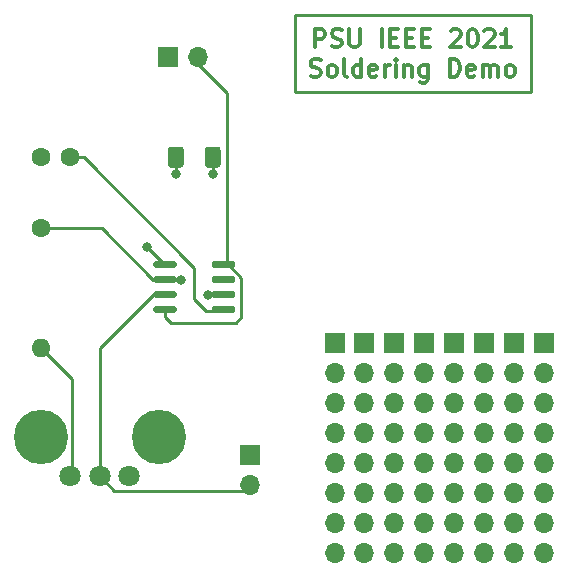
<source format=gbr>
%TF.GenerationSoftware,KiCad,Pcbnew,(5.1.9)-1*%
%TF.CreationDate,2021-08-17T19:58:34-04:00*%
%TF.ProjectId,555-Timer-Soldering-Demo,3535352d-5469-46d6-9572-2d536f6c6465,rev?*%
%TF.SameCoordinates,Original*%
%TF.FileFunction,Copper,L1,Top*%
%TF.FilePolarity,Positive*%
%FSLAX46Y46*%
G04 Gerber Fmt 4.6, Leading zero omitted, Abs format (unit mm)*
G04 Created by KiCad (PCBNEW (5.1.9)-1) date 2021-08-17 19:58:34*
%MOMM*%
%LPD*%
G01*
G04 APERTURE LIST*
%TA.AperFunction,NonConductor*%
%ADD10C,0.300000*%
%TD*%
%TA.AperFunction,ComponentPad*%
%ADD11R,1.700000X1.700000*%
%TD*%
%TA.AperFunction,ComponentPad*%
%ADD12O,1.700000X1.700000*%
%TD*%
%TA.AperFunction,ComponentPad*%
%ADD13O,1.600000X1.600000*%
%TD*%
%TA.AperFunction,ComponentPad*%
%ADD14C,1.600000*%
%TD*%
%TA.AperFunction,ComponentPad*%
%ADD15C,4.600000*%
%TD*%
%TA.AperFunction,ComponentPad*%
%ADD16C,1.800000*%
%TD*%
%TA.AperFunction,ViaPad*%
%ADD17C,0.800000*%
%TD*%
%TA.AperFunction,Conductor*%
%ADD18C,0.250000*%
%TD*%
G04 APERTURE END LIST*
D10*
X127857142Y-57107142D02*
X128071428Y-57178571D01*
X128428571Y-57178571D01*
X128571428Y-57107142D01*
X128642857Y-57035714D01*
X128714285Y-56892857D01*
X128714285Y-56750000D01*
X128642857Y-56607142D01*
X128571428Y-56535714D01*
X128428571Y-56464285D01*
X128142857Y-56392857D01*
X128000000Y-56321428D01*
X127928571Y-56250000D01*
X127857142Y-56107142D01*
X127857142Y-55964285D01*
X127928571Y-55821428D01*
X128000000Y-55750000D01*
X128142857Y-55678571D01*
X128500000Y-55678571D01*
X128714285Y-55750000D01*
X129571428Y-57178571D02*
X129428571Y-57107142D01*
X129357142Y-57035714D01*
X129285714Y-56892857D01*
X129285714Y-56464285D01*
X129357142Y-56321428D01*
X129428571Y-56250000D01*
X129571428Y-56178571D01*
X129785714Y-56178571D01*
X129928571Y-56250000D01*
X130000000Y-56321428D01*
X130071428Y-56464285D01*
X130071428Y-56892857D01*
X130000000Y-57035714D01*
X129928571Y-57107142D01*
X129785714Y-57178571D01*
X129571428Y-57178571D01*
X130928571Y-57178571D02*
X130785714Y-57107142D01*
X130714285Y-56964285D01*
X130714285Y-55678571D01*
X132142857Y-57178571D02*
X132142857Y-55678571D01*
X132142857Y-57107142D02*
X132000000Y-57178571D01*
X131714285Y-57178571D01*
X131571428Y-57107142D01*
X131500000Y-57035714D01*
X131428571Y-56892857D01*
X131428571Y-56464285D01*
X131500000Y-56321428D01*
X131571428Y-56250000D01*
X131714285Y-56178571D01*
X132000000Y-56178571D01*
X132142857Y-56250000D01*
X133428571Y-57107142D02*
X133285714Y-57178571D01*
X133000000Y-57178571D01*
X132857142Y-57107142D01*
X132785714Y-56964285D01*
X132785714Y-56392857D01*
X132857142Y-56250000D01*
X133000000Y-56178571D01*
X133285714Y-56178571D01*
X133428571Y-56250000D01*
X133500000Y-56392857D01*
X133500000Y-56535714D01*
X132785714Y-56678571D01*
X134142857Y-57178571D02*
X134142857Y-56178571D01*
X134142857Y-56464285D02*
X134214285Y-56321428D01*
X134285714Y-56250000D01*
X134428571Y-56178571D01*
X134571428Y-56178571D01*
X135071428Y-57178571D02*
X135071428Y-56178571D01*
X135071428Y-55678571D02*
X135000000Y-55750000D01*
X135071428Y-55821428D01*
X135142857Y-55750000D01*
X135071428Y-55678571D01*
X135071428Y-55821428D01*
X135785714Y-56178571D02*
X135785714Y-57178571D01*
X135785714Y-56321428D02*
X135857142Y-56250000D01*
X136000000Y-56178571D01*
X136214285Y-56178571D01*
X136357142Y-56250000D01*
X136428571Y-56392857D01*
X136428571Y-57178571D01*
X137785714Y-56178571D02*
X137785714Y-57392857D01*
X137714285Y-57535714D01*
X137642857Y-57607142D01*
X137500000Y-57678571D01*
X137285714Y-57678571D01*
X137142857Y-57607142D01*
X137785714Y-57107142D02*
X137642857Y-57178571D01*
X137357142Y-57178571D01*
X137214285Y-57107142D01*
X137142857Y-57035714D01*
X137071428Y-56892857D01*
X137071428Y-56464285D01*
X137142857Y-56321428D01*
X137214285Y-56250000D01*
X137357142Y-56178571D01*
X137642857Y-56178571D01*
X137785714Y-56250000D01*
X139642857Y-57178571D02*
X139642857Y-55678571D01*
X140000000Y-55678571D01*
X140214285Y-55750000D01*
X140357142Y-55892857D01*
X140428571Y-56035714D01*
X140500000Y-56321428D01*
X140500000Y-56535714D01*
X140428571Y-56821428D01*
X140357142Y-56964285D01*
X140214285Y-57107142D01*
X140000000Y-57178571D01*
X139642857Y-57178571D01*
X141714285Y-57107142D02*
X141571428Y-57178571D01*
X141285714Y-57178571D01*
X141142857Y-57107142D01*
X141071428Y-56964285D01*
X141071428Y-56392857D01*
X141142857Y-56250000D01*
X141285714Y-56178571D01*
X141571428Y-56178571D01*
X141714285Y-56250000D01*
X141785714Y-56392857D01*
X141785714Y-56535714D01*
X141071428Y-56678571D01*
X142428571Y-57178571D02*
X142428571Y-56178571D01*
X142428571Y-56321428D02*
X142500000Y-56250000D01*
X142642857Y-56178571D01*
X142857142Y-56178571D01*
X143000000Y-56250000D01*
X143071428Y-56392857D01*
X143071428Y-57178571D01*
X143071428Y-56392857D02*
X143142857Y-56250000D01*
X143285714Y-56178571D01*
X143500000Y-56178571D01*
X143642857Y-56250000D01*
X143714285Y-56392857D01*
X143714285Y-57178571D01*
X144642857Y-57178571D02*
X144500000Y-57107142D01*
X144428571Y-57035714D01*
X144357142Y-56892857D01*
X144357142Y-56464285D01*
X144428571Y-56321428D01*
X144500000Y-56250000D01*
X144642857Y-56178571D01*
X144857142Y-56178571D01*
X145000000Y-56250000D01*
X145071428Y-56321428D01*
X145142857Y-56464285D01*
X145142857Y-56892857D01*
X145071428Y-57035714D01*
X145000000Y-57107142D01*
X144857142Y-57178571D01*
X144642857Y-57178571D01*
X128214285Y-54678571D02*
X128214285Y-53178571D01*
X128785714Y-53178571D01*
X128928571Y-53250000D01*
X129000000Y-53321428D01*
X129071428Y-53464285D01*
X129071428Y-53678571D01*
X129000000Y-53821428D01*
X128928571Y-53892857D01*
X128785714Y-53964285D01*
X128214285Y-53964285D01*
X129642857Y-54607142D02*
X129857142Y-54678571D01*
X130214285Y-54678571D01*
X130357142Y-54607142D01*
X130428571Y-54535714D01*
X130500000Y-54392857D01*
X130500000Y-54250000D01*
X130428571Y-54107142D01*
X130357142Y-54035714D01*
X130214285Y-53964285D01*
X129928571Y-53892857D01*
X129785714Y-53821428D01*
X129714285Y-53750000D01*
X129642857Y-53607142D01*
X129642857Y-53464285D01*
X129714285Y-53321428D01*
X129785714Y-53250000D01*
X129928571Y-53178571D01*
X130285714Y-53178571D01*
X130500000Y-53250000D01*
X131142857Y-53178571D02*
X131142857Y-54392857D01*
X131214285Y-54535714D01*
X131285714Y-54607142D01*
X131428571Y-54678571D01*
X131714285Y-54678571D01*
X131857142Y-54607142D01*
X131928571Y-54535714D01*
X132000000Y-54392857D01*
X132000000Y-53178571D01*
X133857142Y-54678571D02*
X133857142Y-53178571D01*
X134571428Y-53892857D02*
X135071428Y-53892857D01*
X135285714Y-54678571D02*
X134571428Y-54678571D01*
X134571428Y-53178571D01*
X135285714Y-53178571D01*
X135928571Y-53892857D02*
X136428571Y-53892857D01*
X136642857Y-54678571D02*
X135928571Y-54678571D01*
X135928571Y-53178571D01*
X136642857Y-53178571D01*
X137285714Y-53892857D02*
X137785714Y-53892857D01*
X138000000Y-54678571D02*
X137285714Y-54678571D01*
X137285714Y-53178571D01*
X138000000Y-53178571D01*
X139714285Y-53321428D02*
X139785714Y-53250000D01*
X139928571Y-53178571D01*
X140285714Y-53178571D01*
X140428571Y-53250000D01*
X140500000Y-53321428D01*
X140571428Y-53464285D01*
X140571428Y-53607142D01*
X140500000Y-53821428D01*
X139642857Y-54678571D01*
X140571428Y-54678571D01*
X141500000Y-53178571D02*
X141642857Y-53178571D01*
X141785714Y-53250000D01*
X141857142Y-53321428D01*
X141928571Y-53464285D01*
X142000000Y-53750000D01*
X142000000Y-54107142D01*
X141928571Y-54392857D01*
X141857142Y-54535714D01*
X141785714Y-54607142D01*
X141642857Y-54678571D01*
X141500000Y-54678571D01*
X141357142Y-54607142D01*
X141285714Y-54535714D01*
X141214285Y-54392857D01*
X141142857Y-54107142D01*
X141142857Y-53750000D01*
X141214285Y-53464285D01*
X141285714Y-53321428D01*
X141357142Y-53250000D01*
X141500000Y-53178571D01*
X142571428Y-53321428D02*
X142642857Y-53250000D01*
X142785714Y-53178571D01*
X143142857Y-53178571D01*
X143285714Y-53250000D01*
X143357142Y-53321428D01*
X143428571Y-53464285D01*
X143428571Y-53607142D01*
X143357142Y-53821428D01*
X142500000Y-54678571D01*
X143428571Y-54678571D01*
X144857142Y-54678571D02*
X144000000Y-54678571D01*
X144428571Y-54678571D02*
X144428571Y-53178571D01*
X144285714Y-53392857D01*
X144142857Y-53535714D01*
X144000000Y-53607142D01*
D11*
%TO.P,JX1,1*%
%TO.N,GND*%
X129900000Y-79750000D03*
D12*
%TO.P,JX1,2*%
%TO.N,Net-(JX1-Pad2)*%
X129900000Y-82290000D03*
%TO.P,JX1,3*%
%TO.N,Net-(JX1-Pad3)*%
X129900000Y-84830000D03*
%TO.P,JX1,4*%
%TO.N,Net-(JX1-Pad4)*%
X129900000Y-87370000D03*
%TO.P,JX1,5*%
%TO.N,Net-(JX1-Pad5)*%
X129900000Y-89910000D03*
%TO.P,JX1,6*%
%TO.N,Net-(JX1-Pad6)*%
X129900000Y-92450000D03*
%TO.P,JX1,7*%
%TO.N,Net-(JX1-Pad7)*%
X129900000Y-94990000D03*
%TO.P,JX1,8*%
%TO.N,N/C*%
X129900000Y-97530000D03*
%TD*%
D11*
%TO.P,JX3,1*%
%TO.N,GND*%
X134910000Y-79750000D03*
D12*
%TO.P,JX3,2*%
%TO.N,Net-(JX3-Pad2)*%
X134910000Y-82290000D03*
%TO.P,JX3,3*%
%TO.N,Net-(JX3-Pad3)*%
X134910000Y-84830000D03*
%TO.P,JX3,4*%
%TO.N,Net-(JX3-Pad4)*%
X134910000Y-87370000D03*
%TO.P,JX3,5*%
%TO.N,Net-(JX3-Pad5)*%
X134910000Y-89910000D03*
%TO.P,JX3,6*%
%TO.N,Net-(JX3-Pad6)*%
X134910000Y-92450000D03*
%TO.P,JX3,7*%
%TO.N,Net-(JX3-Pad7)*%
X134910000Y-94990000D03*
%TO.P,JX3,8*%
%TO.N,N/C*%
X134910000Y-97530000D03*
%TD*%
D11*
%TO.P,JX2,1*%
%TO.N,GND*%
X132370000Y-79750000D03*
D12*
%TO.P,JX2,2*%
%TO.N,Net-(JX2-Pad2)*%
X132370000Y-82290000D03*
%TO.P,JX2,3*%
%TO.N,Net-(JX2-Pad3)*%
X132370000Y-84830000D03*
%TO.P,JX2,4*%
%TO.N,Net-(JX2-Pad4)*%
X132370000Y-87370000D03*
%TO.P,JX2,5*%
%TO.N,Net-(JX2-Pad5)*%
X132370000Y-89910000D03*
%TO.P,JX2,6*%
%TO.N,Net-(JX2-Pad6)*%
X132370000Y-92450000D03*
%TO.P,JX2,7*%
%TO.N,Net-(JX2-Pad7)*%
X132370000Y-94990000D03*
%TO.P,JX2,8*%
%TO.N,N/C*%
X132370000Y-97530000D03*
%TD*%
D11*
%TO.P,JX8,1*%
%TO.N,GND*%
X147610000Y-79750000D03*
D12*
%TO.P,JX8,2*%
%TO.N,Net-(JX8-Pad2)*%
X147610000Y-82290000D03*
%TO.P,JX8,3*%
%TO.N,Net-(JX8-Pad3)*%
X147610000Y-84830000D03*
%TO.P,JX8,4*%
%TO.N,Net-(JX8-Pad4)*%
X147610000Y-87370000D03*
%TO.P,JX8,5*%
%TO.N,Net-(JX8-Pad5)*%
X147610000Y-89910000D03*
%TO.P,JX8,6*%
%TO.N,Net-(JX8-Pad6)*%
X147610000Y-92450000D03*
%TO.P,JX8,7*%
%TO.N,Net-(JX8-Pad7)*%
X147610000Y-94990000D03*
%TO.P,JX8,8*%
%TO.N,N/C*%
X147610000Y-97530000D03*
%TD*%
D11*
%TO.P,JX7,1*%
%TO.N,GND*%
X145070000Y-79750000D03*
D12*
%TO.P,JX7,2*%
%TO.N,Net-(JX7-Pad2)*%
X145070000Y-82290000D03*
%TO.P,JX7,3*%
%TO.N,Net-(JX7-Pad3)*%
X145070000Y-84830000D03*
%TO.P,JX7,4*%
%TO.N,Net-(JX7-Pad4)*%
X145070000Y-87370000D03*
%TO.P,JX7,5*%
%TO.N,Net-(JX7-Pad5)*%
X145070000Y-89910000D03*
%TO.P,JX7,6*%
%TO.N,Net-(JX7-Pad6)*%
X145070000Y-92450000D03*
%TO.P,JX7,7*%
%TO.N,Net-(JX7-Pad7)*%
X145070000Y-94990000D03*
%TO.P,JX7,8*%
%TO.N,N/C*%
X145070000Y-97530000D03*
%TD*%
D11*
%TO.P,JX6,1*%
%TO.N,GND*%
X142530000Y-79750000D03*
D12*
%TO.P,JX6,2*%
%TO.N,Net-(JX6-Pad2)*%
X142530000Y-82290000D03*
%TO.P,JX6,3*%
%TO.N,Net-(JX6-Pad3)*%
X142530000Y-84830000D03*
%TO.P,JX6,4*%
%TO.N,Net-(JX6-Pad4)*%
X142530000Y-87370000D03*
%TO.P,JX6,5*%
%TO.N,Net-(JX6-Pad5)*%
X142530000Y-89910000D03*
%TO.P,JX6,6*%
%TO.N,Net-(JX6-Pad6)*%
X142530000Y-92450000D03*
%TO.P,JX6,7*%
%TO.N,Net-(JX6-Pad7)*%
X142530000Y-94990000D03*
%TO.P,JX6,8*%
%TO.N,N/C*%
X142530000Y-97530000D03*
%TD*%
D11*
%TO.P,JX5,1*%
%TO.N,GND*%
X139990000Y-79750000D03*
D12*
%TO.P,JX5,2*%
%TO.N,Net-(JX5-Pad2)*%
X139990000Y-82290000D03*
%TO.P,JX5,3*%
%TO.N,Net-(JX5-Pad3)*%
X139990000Y-84830000D03*
%TO.P,JX5,4*%
%TO.N,Net-(JX5-Pad4)*%
X139990000Y-87370000D03*
%TO.P,JX5,5*%
%TO.N,Net-(JX5-Pad5)*%
X139990000Y-89910000D03*
%TO.P,JX5,6*%
%TO.N,Net-(JX5-Pad6)*%
X139990000Y-92450000D03*
%TO.P,JX5,7*%
%TO.N,Net-(JX5-Pad7)*%
X139990000Y-94990000D03*
%TO.P,JX5,8*%
%TO.N,N/C*%
X139990000Y-97530000D03*
%TD*%
D11*
%TO.P,JX4,1*%
%TO.N,GND*%
X137450000Y-79750000D03*
D12*
%TO.P,JX4,2*%
%TO.N,Net-(JX4-Pad2)*%
X137450000Y-82290000D03*
%TO.P,JX4,3*%
%TO.N,Net-(JX4-Pad3)*%
X137450000Y-84830000D03*
%TO.P,JX4,4*%
%TO.N,Net-(JX4-Pad4)*%
X137450000Y-87370000D03*
%TO.P,JX4,5*%
%TO.N,Net-(JX4-Pad5)*%
X137450000Y-89910000D03*
%TO.P,JX4,6*%
%TO.N,Net-(JX4-Pad6)*%
X137450000Y-92450000D03*
%TO.P,JX4,7*%
%TO.N,Net-(JX4-Pad7)*%
X137450000Y-94990000D03*
%TO.P,JX4,8*%
%TO.N,N/C*%
X137450000Y-97530000D03*
%TD*%
%TO.P,J2,2*%
%TO.N,/Output*%
X122750000Y-91790000D03*
D11*
%TO.P,J2,1*%
%TO.N,GND*%
X122750000Y-89250000D03*
%TD*%
D12*
%TO.P,J1,2*%
%TO.N,/VCC*%
X118290000Y-55500000D03*
D11*
%TO.P,J1,1*%
%TO.N,GND*%
X115750000Y-55500000D03*
%TD*%
%TO.P,C2,2*%
%TO.N,GND*%
%TA.AperFunction,SMDPad,CuDef*%
G36*
G01*
X117100000Y-63349999D02*
X117100000Y-64650001D01*
G75*
G02*
X116850001Y-64900000I-249999J0D01*
G01*
X116024999Y-64900000D01*
G75*
G02*
X115775000Y-64650001I0J249999D01*
G01*
X115775000Y-63349999D01*
G75*
G02*
X116024999Y-63100000I249999J0D01*
G01*
X116850001Y-63100000D01*
G75*
G02*
X117100000Y-63349999I0J-249999D01*
G01*
G37*
%TD.AperFunction*%
%TO.P,C2,1*%
%TO.N,Trigger*%
%TA.AperFunction,SMDPad,CuDef*%
G36*
G01*
X120225000Y-63349999D02*
X120225000Y-64650001D01*
G75*
G02*
X119975001Y-64900000I-249999J0D01*
G01*
X119149999Y-64900000D01*
G75*
G02*
X118900000Y-64650001I0J249999D01*
G01*
X118900000Y-63349999D01*
G75*
G02*
X119149999Y-63100000I249999J0D01*
G01*
X119975001Y-63100000D01*
G75*
G02*
X120225000Y-63349999I0J-249999D01*
G01*
G37*
%TD.AperFunction*%
%TD*%
D13*
%TO.P,R1,2*%
%TO.N,Net-(R1-Pad2)*%
X105000000Y-80160000D03*
D14*
%TO.P,R1,1*%
%TO.N,Trigger*%
X105000000Y-70000000D03*
%TD*%
D15*
%TO.P,RV1,*%
%TO.N,*%
X105000000Y-87700000D03*
X115000000Y-87700000D03*
D16*
%TO.P,RV1,1*%
%TO.N,Net-(R1-Pad2)*%
X107500000Y-91000000D03*
%TO.P,RV1,2*%
%TO.N,/Output*%
X110000000Y-91000000D03*
%TO.P,RV1,3*%
%TO.N,Net-(RV1-Pad3)*%
X112500000Y-91000000D03*
%TD*%
D14*
%TO.P,C1,2*%
%TO.N,GND*%
X105000000Y-64000000D03*
%TO.P,C1,1*%
%TO.N,Net-(C1-Pad1)*%
X107500000Y-64000000D03*
%TD*%
%TO.P,U1,8*%
%TO.N,/VCC*%
%TA.AperFunction,SMDPad,CuDef*%
G36*
G01*
X119500000Y-73245000D02*
X119500000Y-72945000D01*
G75*
G02*
X119650000Y-72795000I150000J0D01*
G01*
X121300000Y-72795000D01*
G75*
G02*
X121450000Y-72945000I0J-150000D01*
G01*
X121450000Y-73245000D01*
G75*
G02*
X121300000Y-73395000I-150000J0D01*
G01*
X119650000Y-73395000D01*
G75*
G02*
X119500000Y-73245000I0J150000D01*
G01*
G37*
%TD.AperFunction*%
%TO.P,U1,7*%
%TO.N,Net-(U1-Pad7)*%
%TA.AperFunction,SMDPad,CuDef*%
G36*
G01*
X119500000Y-74515000D02*
X119500000Y-74215000D01*
G75*
G02*
X119650000Y-74065000I150000J0D01*
G01*
X121300000Y-74065000D01*
G75*
G02*
X121450000Y-74215000I0J-150000D01*
G01*
X121450000Y-74515000D01*
G75*
G02*
X121300000Y-74665000I-150000J0D01*
G01*
X119650000Y-74665000D01*
G75*
G02*
X119500000Y-74515000I0J150000D01*
G01*
G37*
%TD.AperFunction*%
%TO.P,U1,6*%
%TO.N,Trigger*%
%TA.AperFunction,SMDPad,CuDef*%
G36*
G01*
X119500000Y-75785000D02*
X119500000Y-75485000D01*
G75*
G02*
X119650000Y-75335000I150000J0D01*
G01*
X121300000Y-75335000D01*
G75*
G02*
X121450000Y-75485000I0J-150000D01*
G01*
X121450000Y-75785000D01*
G75*
G02*
X121300000Y-75935000I-150000J0D01*
G01*
X119650000Y-75935000D01*
G75*
G02*
X119500000Y-75785000I0J150000D01*
G01*
G37*
%TD.AperFunction*%
%TO.P,U1,5*%
%TO.N,Net-(C1-Pad1)*%
%TA.AperFunction,SMDPad,CuDef*%
G36*
G01*
X119500000Y-77055000D02*
X119500000Y-76755000D01*
G75*
G02*
X119650000Y-76605000I150000J0D01*
G01*
X121300000Y-76605000D01*
G75*
G02*
X121450000Y-76755000I0J-150000D01*
G01*
X121450000Y-77055000D01*
G75*
G02*
X121300000Y-77205000I-150000J0D01*
G01*
X119650000Y-77205000D01*
G75*
G02*
X119500000Y-77055000I0J150000D01*
G01*
G37*
%TD.AperFunction*%
%TO.P,U1,4*%
%TO.N,/VCC*%
%TA.AperFunction,SMDPad,CuDef*%
G36*
G01*
X114550000Y-77055000D02*
X114550000Y-76755000D01*
G75*
G02*
X114700000Y-76605000I150000J0D01*
G01*
X116350000Y-76605000D01*
G75*
G02*
X116500000Y-76755000I0J-150000D01*
G01*
X116500000Y-77055000D01*
G75*
G02*
X116350000Y-77205000I-150000J0D01*
G01*
X114700000Y-77205000D01*
G75*
G02*
X114550000Y-77055000I0J150000D01*
G01*
G37*
%TD.AperFunction*%
%TO.P,U1,3*%
%TO.N,/Output*%
%TA.AperFunction,SMDPad,CuDef*%
G36*
G01*
X114550000Y-75785000D02*
X114550000Y-75485000D01*
G75*
G02*
X114700000Y-75335000I150000J0D01*
G01*
X116350000Y-75335000D01*
G75*
G02*
X116500000Y-75485000I0J-150000D01*
G01*
X116500000Y-75785000D01*
G75*
G02*
X116350000Y-75935000I-150000J0D01*
G01*
X114700000Y-75935000D01*
G75*
G02*
X114550000Y-75785000I0J150000D01*
G01*
G37*
%TD.AperFunction*%
%TO.P,U1,2*%
%TO.N,Trigger*%
%TA.AperFunction,SMDPad,CuDef*%
G36*
G01*
X114550000Y-74515000D02*
X114550000Y-74215000D01*
G75*
G02*
X114700000Y-74065000I150000J0D01*
G01*
X116350000Y-74065000D01*
G75*
G02*
X116500000Y-74215000I0J-150000D01*
G01*
X116500000Y-74515000D01*
G75*
G02*
X116350000Y-74665000I-150000J0D01*
G01*
X114700000Y-74665000D01*
G75*
G02*
X114550000Y-74515000I0J150000D01*
G01*
G37*
%TD.AperFunction*%
%TO.P,U1,1*%
%TO.N,GND*%
%TA.AperFunction,SMDPad,CuDef*%
G36*
G01*
X114550000Y-73245000D02*
X114550000Y-72945000D01*
G75*
G02*
X114700000Y-72795000I150000J0D01*
G01*
X116350000Y-72795000D01*
G75*
G02*
X116500000Y-72945000I0J-150000D01*
G01*
X116500000Y-73245000D01*
G75*
G02*
X116350000Y-73395000I-150000J0D01*
G01*
X114700000Y-73395000D01*
G75*
G02*
X114550000Y-73245000I0J150000D01*
G01*
G37*
%TD.AperFunction*%
%TD*%
D17*
%TO.N,GND*%
X116437500Y-65437500D03*
X114000000Y-71570000D03*
%TO.N,Trigger*%
X116865000Y-74365000D03*
X119135000Y-75635000D03*
X119562500Y-65437500D03*
%TD*%
D18*
%TO.N,*%
X146500000Y-52000000D02*
X126500000Y-52000000D01*
X146500000Y-58500000D02*
X146500000Y-52000000D01*
X126500000Y-58500000D02*
X146500000Y-58500000D01*
X126500000Y-52000000D02*
X126500000Y-58500000D01*
%TO.N,GND*%
X115525000Y-73095000D02*
X114000000Y-71570000D01*
X116437500Y-64000000D02*
X116437500Y-65437500D01*
X116437500Y-65437500D02*
X116437500Y-65437500D01*
X114000000Y-71570000D02*
X114000000Y-71570000D01*
%TO.N,Net-(C1-Pad1)*%
X108631370Y-64000000D02*
X118000000Y-73368630D01*
X107500000Y-64000000D02*
X108631370Y-64000000D01*
X118000000Y-73368630D02*
X118000000Y-74806768D01*
X118000000Y-74806768D02*
X118000000Y-76000000D01*
X118000000Y-76000000D02*
X118500000Y-76500000D01*
X118500000Y-76500000D02*
X119000000Y-77000000D01*
X119000000Y-77000000D02*
X120500000Y-77000000D01*
%TO.N,Trigger*%
X114550000Y-74365000D02*
X110185000Y-70000000D01*
X115525000Y-74365000D02*
X114550000Y-74365000D01*
X110185000Y-70000000D02*
X105000000Y-70000000D01*
X115525000Y-74365000D02*
X116865000Y-74365000D01*
X116865000Y-74365000D02*
X116865000Y-74365000D01*
X120475000Y-75635000D02*
X119135000Y-75635000D01*
X119135000Y-75635000D02*
X119135000Y-75635000D01*
X119562500Y-64000000D02*
X119562500Y-65437500D01*
X119562500Y-65437500D02*
X119562500Y-65437500D01*
%TO.N,/Output*%
X114550000Y-75635000D02*
X110000000Y-80185000D01*
X115525000Y-75635000D02*
X114550000Y-75635000D01*
X110000000Y-80185000D02*
X110000000Y-91000000D01*
X110000000Y-91000000D02*
X111225001Y-92225001D01*
X122524999Y-92225001D02*
X122750000Y-92000000D01*
X111225001Y-92225001D02*
X122274999Y-92225001D01*
X122274999Y-92225001D02*
X122750000Y-91750000D01*
%TO.N,Net-(R1-Pad2)*%
X107625001Y-82785001D02*
X107625001Y-90874999D01*
X105000000Y-80160000D02*
X107625001Y-82785001D01*
X107625001Y-90874999D02*
X107500000Y-91000000D01*
%TO.N,/VCC*%
X115525000Y-76905000D02*
X115525000Y-77525000D01*
X115525000Y-77525000D02*
X116000000Y-78000000D01*
X116000000Y-78000000D02*
X121500000Y-78000000D01*
X121500000Y-78000000D02*
X122000000Y-77500000D01*
X122000000Y-74243232D02*
X120756768Y-73000000D01*
X122000000Y-77500000D02*
X122000000Y-74243232D01*
X120775000Y-72795000D02*
X120775000Y-62275000D01*
X120475000Y-73095000D02*
X120775000Y-72795000D01*
X120775000Y-62275000D02*
X120775000Y-60025000D01*
X120775000Y-60025000D02*
X120775000Y-58525000D01*
X120775000Y-58525000D02*
X117750000Y-55500000D01*
%TD*%
M02*

</source>
